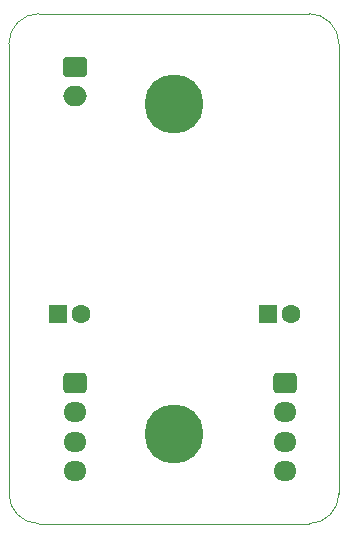
<source format=gbr>
%TF.GenerationSoftware,KiCad,Pcbnew,7.0.6*%
%TF.CreationDate,2024-05-19T20:46:52-05:00*%
%TF.ProjectId,Magic_Wand_Timer,4d616769-635f-4576-916e-645f54696d65,rev?*%
%TF.SameCoordinates,Original*%
%TF.FileFunction,Soldermask,Bot*%
%TF.FilePolarity,Negative*%
%FSLAX46Y46*%
G04 Gerber Fmt 4.6, Leading zero omitted, Abs format (unit mm)*
G04 Created by KiCad (PCBNEW 7.0.6) date 2024-05-19 20:46:52*
%MOMM*%
%LPD*%
G01*
G04 APERTURE LIST*
G04 Aperture macros list*
%AMRoundRect*
0 Rectangle with rounded corners*
0 $1 Rounding radius*
0 $2 $3 $4 $5 $6 $7 $8 $9 X,Y pos of 4 corners*
0 Add a 4 corners polygon primitive as box body*
4,1,4,$2,$3,$4,$5,$6,$7,$8,$9,$2,$3,0*
0 Add four circle primitives for the rounded corners*
1,1,$1+$1,$2,$3*
1,1,$1+$1,$4,$5*
1,1,$1+$1,$6,$7*
1,1,$1+$1,$8,$9*
0 Add four rect primitives between the rounded corners*
20,1,$1+$1,$2,$3,$4,$5,0*
20,1,$1+$1,$4,$5,$6,$7,0*
20,1,$1+$1,$6,$7,$8,$9,0*
20,1,$1+$1,$8,$9,$2,$3,0*%
G04 Aperture macros list end*
%ADD10C,5.000000*%
%ADD11RoundRect,0.250000X-0.725000X0.600000X-0.725000X-0.600000X0.725000X-0.600000X0.725000X0.600000X0*%
%ADD12O,1.950000X1.700000*%
%ADD13R,1.600000X1.600000*%
%ADD14C,1.600000*%
%ADD15RoundRect,0.250000X-0.750000X0.600000X-0.750000X-0.600000X0.750000X-0.600000X0.750000X0.600000X0*%
%ADD16O,2.000000X1.700000*%
%TA.AperFunction,Profile*%
%ADD17C,0.100000*%
%TD*%
G04 APERTURE END LIST*
D10*
%TO.C,H2*%
X166370000Y-91440000D03*
%TD*%
D11*
%TO.C,J1*%
X158005000Y-115055000D03*
D12*
X158005000Y-117555000D03*
X158005000Y-120055000D03*
X158005000Y-122555000D03*
%TD*%
D13*
%TO.C,C5*%
X174304888Y-109220000D03*
D14*
X176304888Y-109220000D03*
%TD*%
D15*
%TO.C,J3*%
X158005000Y-88305000D03*
D16*
X158005000Y-90805000D03*
%TD*%
D11*
%TO.C,J2*%
X175785000Y-115055000D03*
D12*
X175785000Y-117555000D03*
X175785000Y-120055000D03*
X175785000Y-122555000D03*
%TD*%
D13*
%TO.C,C2*%
X156524888Y-109220000D03*
D14*
X158524888Y-109220000D03*
%TD*%
D10*
%TO.C,H1*%
X166370000Y-119380000D03*
%TD*%
D17*
X152400000Y-124460000D02*
X152400000Y-86360000D01*
X152400000Y-124460000D02*
G75*
G03*
X154940000Y-127000000I2540000J0D01*
G01*
X177800000Y-127000000D02*
G75*
G03*
X180340000Y-124460000I0J2540000D01*
G01*
X177800000Y-127000000D02*
X154940000Y-127000000D01*
X180340000Y-86360000D02*
G75*
G03*
X177800000Y-83820000I-2540000J0D01*
G01*
X154940000Y-83820000D02*
G75*
G03*
X152400000Y-86360000I0J-2540000D01*
G01*
X180340000Y-86360000D02*
X180340000Y-124460000D01*
X177800000Y-83820000D02*
X154940000Y-83820000D01*
M02*

</source>
